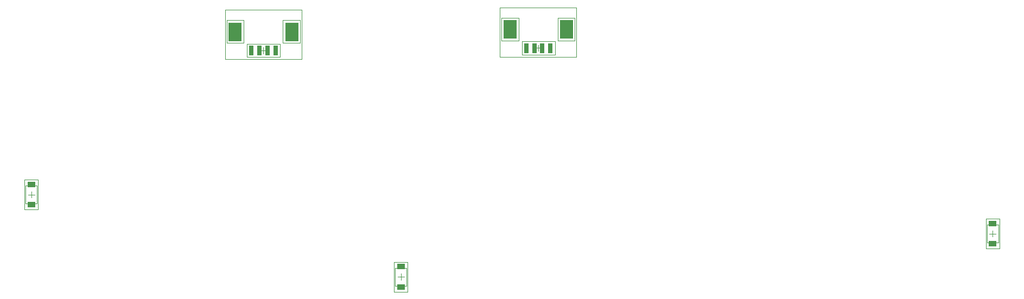
<source format=gbp>
G04 Layer_Color=128*
%FSLAX42Y42*%
%MOMM*%
G71*
G01*
G75*
%ADD12C,0.10*%
%ADD13C,0.05*%
%ADD18R,0.80X1.60*%
%ADD19R,2.10X3.00*%
%ADD20R,1.20X0.90*%
D12*
X11551Y6809D02*
X12072D01*
X11551Y6604D02*
X12072D01*
X11551D02*
Y6809D01*
X12072Y6604D02*
Y6809D01*
X11501Y6820D02*
Y7177D01*
X11234Y6820D02*
Y7177D01*
Y6820D02*
X11501D01*
X11234Y7177D02*
X11501D01*
X12110D02*
X12377D01*
X12110Y6820D02*
X12377D01*
X12110D02*
Y7177D01*
X12377Y6820D02*
Y7177D01*
X7262Y6773D02*
X7782D01*
X7262Y6568D02*
X7782D01*
X7262D02*
Y6773D01*
X7782Y6568D02*
Y6773D01*
X7211Y6784D02*
Y7141D01*
X6944Y6784D02*
Y7141D01*
Y6784D02*
X7211D01*
X6944Y7141D02*
X7211D01*
X7821D02*
X8087D01*
X7821Y6784D02*
X8087D01*
X7821D02*
Y7141D01*
X8087Y6784D02*
Y7141D01*
X3987Y4280D02*
Y4560D01*
X3807Y4280D02*
Y4560D01*
Y4280D02*
X3987D01*
X3807Y4560D02*
X3987D01*
X9753Y2997D02*
Y3277D01*
X9573Y2997D02*
Y3277D01*
Y2997D02*
X9753D01*
X9573Y3277D02*
X9753D01*
X18986Y3670D02*
Y3950D01*
X18806Y3670D02*
Y3950D01*
Y3670D02*
X18986D01*
X18806Y3950D02*
X18986D01*
X11807Y6657D02*
Y6757D01*
X11757Y6707D02*
X11857D01*
X7517Y6621D02*
Y6721D01*
X7467Y6671D02*
X7567D01*
X3847Y4420D02*
X3947D01*
X3897Y4370D02*
Y4470D01*
X9613Y3137D02*
X9713D01*
X9663Y3087D02*
Y3187D01*
X18846Y3810D02*
X18946D01*
X18896Y3760D02*
Y3860D01*
D13*
X11208Y7341D02*
X12402D01*
X11208Y6566D02*
X12402D01*
X11208D02*
Y7341D01*
X12402Y6566D02*
Y7341D01*
X6919Y7305D02*
X8113D01*
X6919Y6530D02*
X8113D01*
X6919D02*
Y7305D01*
X8113Y6530D02*
Y7305D01*
X4002Y4187D02*
Y4652D01*
X3792Y4187D02*
Y4652D01*
Y4187D02*
X4002D01*
X3792Y4652D02*
X4002D01*
X9768Y2904D02*
Y3369D01*
X9558Y2904D02*
Y3369D01*
Y2904D02*
X9768D01*
X9558Y3369D02*
X9768D01*
X19001Y3578D02*
Y4042D01*
X18791Y3578D02*
Y4042D01*
Y3578D02*
X19001D01*
X18791Y4042D02*
X19001D01*
D18*
X11621Y6706D02*
D03*
X11746D02*
D03*
X11871D02*
D03*
X11996D02*
D03*
X7331Y6670D02*
D03*
X7456D02*
D03*
X7581D02*
D03*
X7706D02*
D03*
D19*
X11366Y6996D02*
D03*
X12251D02*
D03*
X7076Y6960D02*
D03*
X7961D02*
D03*
D20*
X3897Y4260D02*
D03*
Y4580D02*
D03*
X9663Y2977D02*
D03*
Y3297D02*
D03*
X18896Y3650D02*
D03*
Y3970D02*
D03*
M02*

</source>
